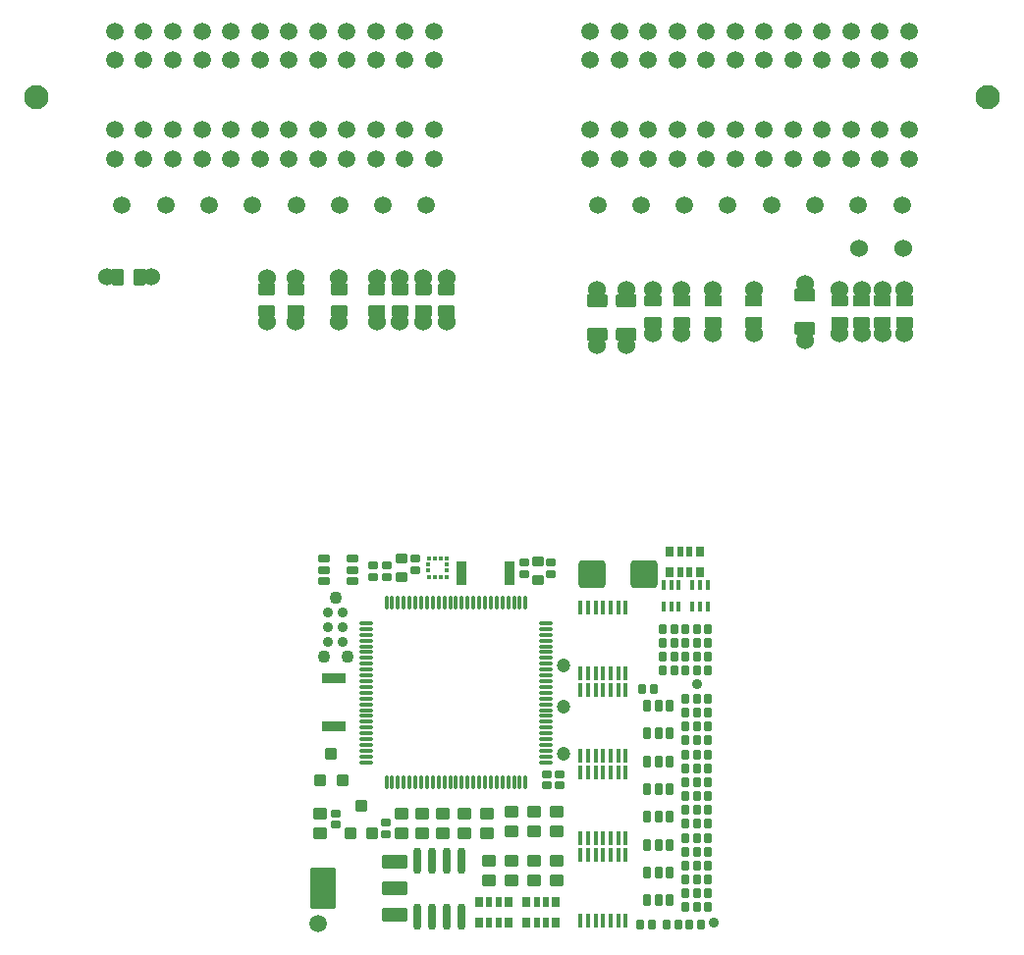
<source format=gts>
G75*
G70*
%OFA0B0*%
%FSLAX25Y25*%
%IPPOS*%
%LPD*%
%AMOC8*
5,1,8,0,0,1.08239X$1,22.5*
%
%AMM75*
21,1,0.029530,0.026380,-0.000000,0.000000,0.000000*
21,1,0.020470,0.035430,-0.000000,0.000000,0.000000*
1,1,0.009060,0.010240,-0.013190*
1,1,0.009060,-0.010240,-0.013190*
1,1,0.009060,-0.010240,0.013190*
1,1,0.009060,0.010240,0.013190*
%
%AMM76*
21,1,0.021650,0.027950,-0.000000,0.000000,0.000000*
21,1,0.014170,0.035430,-0.000000,0.000000,0.000000*
1,1,0.007480,0.007090,-0.013980*
1,1,0.007480,-0.007090,-0.013980*
1,1,0.007480,-0.007090,0.013980*
1,1,0.007480,0.007090,0.013980*
%
%AMM77*
21,1,0.016540,0.028980,-0.000000,0.000000,180.000000*
21,1,0.010080,0.035430,-0.000000,0.000000,180.000000*
1,1,0.006460,-0.005040,0.014490*
1,1,0.006460,0.005040,0.014490*
1,1,0.006460,0.005040,-0.014490*
1,1,0.006460,-0.005040,-0.014490*
%
%AMM78*
21,1,0.027560,0.030710,-0.000000,0.000000,270.000000*
21,1,0.018900,0.039370,-0.000000,0.000000,270.000000*
1,1,0.008660,-0.015350,-0.009450*
1,1,0.008660,-0.015350,0.009450*
1,1,0.008660,0.015350,0.009450*
1,1,0.008660,0.015350,-0.009450*
%
%AMM79*
21,1,0.031500,0.018900,-0.000000,0.000000,180.000000*
21,1,0.022840,0.027560,-0.000000,0.000000,180.000000*
1,1,0.008660,-0.011420,0.009450*
1,1,0.008660,0.011420,0.009450*
1,1,0.008660,0.011420,-0.009450*
1,1,0.008660,-0.011420,-0.009450*
%
%AMM80*
21,1,0.035430,0.072440,-0.000000,0.000000,180.000000*
21,1,0.025200,0.082680,-0.000000,0.000000,180.000000*
1,1,0.010240,-0.012600,0.036220*
1,1,0.010240,0.012600,0.036220*
1,1,0.010240,0.012600,-0.036220*
1,1,0.010240,-0.012600,-0.036220*
%
%AMM81*
21,1,0.031500,0.018900,-0.000000,0.000000,270.000000*
21,1,0.022840,0.027560,-0.000000,0.000000,270.000000*
1,1,0.008660,-0.009450,-0.011420*
1,1,0.008660,-0.009450,0.011420*
1,1,0.008660,0.009450,0.011420*
1,1,0.008660,0.009450,-0.011420*
%
%AMM82*
21,1,0.027560,0.030710,-0.000000,0.000000,0.000000*
21,1,0.018900,0.039370,-0.000000,0.000000,0.000000*
1,1,0.008660,0.009450,-0.015350*
1,1,0.008660,-0.009450,-0.015350*
1,1,0.008660,-0.009450,0.015350*
1,1,0.008660,0.009450,0.015350*
%
%AMM83*
21,1,0.039370,0.030320,-0.000000,0.000000,0.000000*
21,1,0.028350,0.041340,-0.000000,0.000000,0.000000*
1,1,0.011020,0.014170,-0.015160*
1,1,0.011020,-0.014170,-0.015160*
1,1,0.011020,-0.014170,0.015160*
1,1,0.011020,0.014170,0.015160*
%
%AMM84*
21,1,0.047240,0.075980,-0.000000,0.000000,90.000000*
21,1,0.034650,0.088580,-0.000000,0.000000,90.000000*
1,1,0.012600,0.037990,0.017320*
1,1,0.012600,0.037990,-0.017320*
1,1,0.012600,-0.037990,-0.017320*
1,1,0.012600,-0.037990,0.017320*
%
%AMM85*
21,1,0.043310,0.035430,-0.000000,0.000000,90.000000*
21,1,0.031500,0.047240,-0.000000,0.000000,90.000000*
1,1,0.011810,0.017720,0.015750*
1,1,0.011810,0.017720,-0.015750*
1,1,0.011810,-0.017720,-0.015750*
1,1,0.011810,-0.017720,0.015750*
%
%AMM86*
21,1,0.031500,0.030710,-0.000000,0.000000,90.000000*
21,1,0.022050,0.040160,-0.000000,0.000000,90.000000*
1,1,0.009450,0.015350,0.011020*
1,1,0.009450,0.015350,-0.011020*
1,1,0.009450,-0.015350,-0.011020*
1,1,0.009450,-0.015350,0.011020*
%
%AMM87*
21,1,0.035430,0.072440,-0.000000,0.000000,90.000000*
21,1,0.025200,0.082680,-0.000000,0.000000,90.000000*
1,1,0.010240,0.036220,0.012600*
1,1,0.010240,0.036220,-0.012600*
1,1,0.010240,-0.036220,-0.012600*
1,1,0.010240,-0.036220,0.012600*
%
%AMM88*
21,1,0.141730,0.067720,-0.000000,0.000000,90.000000*
21,1,0.120870,0.088580,-0.000000,0.000000,90.000000*
1,1,0.020870,0.033860,0.060430*
1,1,0.020870,0.033860,-0.060430*
1,1,0.020870,-0.033860,-0.060430*
1,1,0.020870,-0.033860,0.060430*
%
%AMM89*
21,1,0.047240,0.075990,-0.000000,0.000000,90.000000*
21,1,0.034650,0.088580,-0.000000,0.000000,90.000000*
1,1,0.012600,0.037990,0.017320*
1,1,0.012600,0.037990,-0.017320*
1,1,0.012600,-0.037990,-0.017320*
1,1,0.012600,-0.037990,0.017320*
%
%AMM90*
21,1,0.090550,0.073230,-0.000000,0.000000,180.000000*
21,1,0.069290,0.094490,-0.000000,0.000000,180.000000*
1,1,0.021260,-0.034650,0.036610*
1,1,0.021260,0.034650,0.036610*
1,1,0.021260,0.034650,-0.036610*
1,1,0.021260,-0.034650,-0.036610*
%
%ADD10C,0.05906*%
%ADD101C,0.03543*%
%ADD103C,0.04724*%
%ADD104C,0.04294*%
%ADD11C,0.06000*%
%ADD165M75*%
%ADD166M76*%
%ADD167M77*%
%ADD168O,0.01575X0.04724*%
%ADD169M78*%
%ADD170M79*%
%ADD171M80*%
%ADD172M81*%
%ADD173M82*%
%ADD174M83*%
%ADD175O,0.02756X0.09055*%
%ADD176M84*%
%ADD177M85*%
%ADD178M86*%
%ADD179M87*%
%ADD180M88*%
%ADD181M89*%
%ADD182M90*%
%ADD29C,0.08268*%
%ADD79O,0.05118X0.01260*%
%ADD80O,0.01260X0.05118*%
%ADD85C,0.03494*%
%ADD88R,0.01772X0.01378*%
%ADD89R,0.01378X0.01772*%
X0000000Y0000000D02*
%LPD*%
G01*
D29*
X0008481Y0330774D03*
X0331316Y0330774D03*
D10*
X0304741Y0353214D03*
X0294899Y0353214D03*
X0285056Y0353214D03*
X0275214Y0353214D03*
X0265371Y0353214D03*
X0255529Y0353214D03*
X0245686Y0353214D03*
X0235844Y0353214D03*
X0226001Y0353214D03*
X0216159Y0353214D03*
X0206316Y0353214D03*
X0196473Y0353214D03*
X0304741Y0343372D03*
X0294899Y0343372D03*
X0285056Y0343372D03*
X0275214Y0343372D03*
X0265371Y0343372D03*
X0255529Y0343372D03*
X0245686Y0343372D03*
X0235844Y0343372D03*
X0226001Y0343372D03*
X0216159Y0343372D03*
X0206316Y0343372D03*
X0196473Y0343372D03*
X0304741Y0319750D03*
X0294899Y0319750D03*
X0285056Y0319750D03*
X0275214Y0319750D03*
X0265371Y0319750D03*
X0255529Y0319750D03*
X0245686Y0319750D03*
X0235844Y0319750D03*
X0226001Y0319750D03*
X0216159Y0319750D03*
X0206316Y0319750D03*
X0196473Y0319750D03*
X0304741Y0309907D03*
X0294899Y0309907D03*
X0285056Y0309907D03*
X0275214Y0309907D03*
X0265371Y0309907D03*
X0255529Y0309907D03*
X0245686Y0309907D03*
X0235844Y0309907D03*
X0226001Y0309907D03*
X0216159Y0309907D03*
X0206316Y0309907D03*
X0196473Y0309907D03*
X0302281Y0294159D03*
X0287517Y0294159D03*
X0272753Y0294159D03*
X0257989Y0294159D03*
X0243225Y0294159D03*
X0228462Y0294159D03*
X0213698Y0294159D03*
X0198934Y0294159D03*
X0143324Y0353214D03*
X0133481Y0353214D03*
X0123639Y0353214D03*
X0113796Y0353214D03*
X0103954Y0353214D03*
X0094111Y0353214D03*
X0084269Y0353214D03*
X0074426Y0353214D03*
X0064584Y0353214D03*
X0054741Y0353214D03*
X0044899Y0353214D03*
X0035056Y0353214D03*
X0143324Y0343372D03*
X0133481Y0343372D03*
X0123639Y0343372D03*
X0113796Y0343372D03*
X0103954Y0343372D03*
X0094111Y0343372D03*
X0084269Y0343372D03*
X0074426Y0343372D03*
X0064584Y0343372D03*
X0054741Y0343372D03*
X0044899Y0343372D03*
X0035056Y0343372D03*
X0143324Y0319750D03*
X0133481Y0319750D03*
X0123639Y0319750D03*
X0113796Y0319750D03*
X0103954Y0319750D03*
X0094111Y0319750D03*
X0084269Y0319750D03*
X0074426Y0319750D03*
X0064584Y0319750D03*
X0054741Y0319750D03*
X0044899Y0319750D03*
X0035056Y0319750D03*
X0143324Y0309907D03*
X0133481Y0309907D03*
X0123639Y0309907D03*
X0113796Y0309907D03*
X0103954Y0309907D03*
X0094111Y0309907D03*
X0084269Y0309907D03*
X0074426Y0309907D03*
X0064584Y0309907D03*
X0054741Y0309907D03*
X0044899Y0309907D03*
X0035056Y0309907D03*
X0140863Y0294159D03*
X0126099Y0294159D03*
X0111336Y0294159D03*
X0096572Y0294159D03*
X0081808Y0294159D03*
X0067044Y0294159D03*
X0052281Y0294159D03*
X0037517Y0294159D03*
D11*
X0131890Y0269311D03*
G36*
G01*
X0129429Y0267520D02*
X0134350Y0267520D01*
G75*
G02*
X0134744Y0267126I0000000J-000394D01*
G01*
X0134744Y0263976D01*
G75*
G02*
X0134350Y0263583I-000394J0000000D01*
G01*
X0129429Y0263583D01*
G75*
G02*
X0129035Y0263976I0000000J0000394D01*
G01*
X0129035Y0267126D01*
G75*
G02*
X0129429Y0267520I0000394J0000000D01*
G01*
G37*
G36*
G01*
X0129429Y0260039D02*
X0134350Y0260039D01*
G75*
G02*
X0134744Y0259646I0000000J-000394D01*
G01*
X0134744Y0256496D01*
G75*
G02*
X0134350Y0256102I-000394J0000000D01*
G01*
X0129429Y0256102D01*
G75*
G02*
X0129035Y0256496I0000000J0000394D01*
G01*
X0129035Y0259646D01*
G75*
G02*
X0129429Y0260039I0000394J0000000D01*
G01*
G37*
X0131890Y0254311D03*
X0032244Y0269685D03*
G36*
G01*
X0034035Y0267224D02*
X0034035Y0272146D01*
G75*
G02*
X0034429Y0272539I0000394J0000000D01*
G01*
X0037579Y0272539D01*
G75*
G02*
X0037972Y0272146I0000000J-000394D01*
G01*
X0037972Y0267224D01*
G75*
G02*
X0037579Y0266831I-000394J0000000D01*
G01*
X0034429Y0266831D01*
G75*
G02*
X0034035Y0267224I0000000J0000394D01*
G01*
G37*
G36*
G01*
X0041516Y0267224D02*
X0041516Y0272146D01*
G75*
G02*
X0041910Y0272539I0000394J0000000D01*
G01*
X0045059Y0272539D01*
G75*
G02*
X0045453Y0272146I0000000J-000394D01*
G01*
X0045453Y0267224D01*
G75*
G02*
X0045059Y0266831I-000394J0000000D01*
G01*
X0041910Y0266831D01*
G75*
G02*
X0041516Y0267224I0000000J0000394D01*
G01*
G37*
X0047244Y0269685D03*
X0124016Y0269311D03*
G36*
G01*
X0121555Y0267520D02*
X0126476Y0267520D01*
G75*
G02*
X0126870Y0267126I0000000J-000394D01*
G01*
X0126870Y0263976D01*
G75*
G02*
X0126476Y0263583I-000394J0000000D01*
G01*
X0121555Y0263583D01*
G75*
G02*
X0121161Y0263976I0000000J0000394D01*
G01*
X0121161Y0267126D01*
G75*
G02*
X0121555Y0267520I0000394J0000000D01*
G01*
G37*
G36*
G01*
X0121555Y0260039D02*
X0126476Y0260039D01*
G75*
G02*
X0126870Y0259646I0000000J-000394D01*
G01*
X0126870Y0256496D01*
G75*
G02*
X0126476Y0256102I-000394J0000000D01*
G01*
X0121555Y0256102D01*
G75*
G02*
X0121161Y0256496I0000000J0000394D01*
G01*
X0121161Y0259646D01*
G75*
G02*
X0121555Y0260039I0000394J0000000D01*
G01*
G37*
X0124016Y0254311D03*
X0086614Y0269311D03*
G36*
G01*
X0084154Y0267520D02*
X0089075Y0267520D01*
G75*
G02*
X0089469Y0267126I0000000J-000394D01*
G01*
X0089469Y0263976D01*
G75*
G02*
X0089075Y0263583I-000394J0000000D01*
G01*
X0084154Y0263583D01*
G75*
G02*
X0083760Y0263976I0000000J0000394D01*
G01*
X0083760Y0267126D01*
G75*
G02*
X0084154Y0267520I0000394J0000000D01*
G01*
G37*
G36*
G01*
X0084154Y0260039D02*
X0089075Y0260039D01*
G75*
G02*
X0089469Y0259646I0000000J-000394D01*
G01*
X0089469Y0256496D01*
G75*
G02*
X0089075Y0256102I-000394J0000000D01*
G01*
X0084154Y0256102D01*
G75*
G02*
X0083760Y0256496I0000000J0000394D01*
G01*
X0083760Y0259646D01*
G75*
G02*
X0084154Y0260039I0000394J0000000D01*
G01*
G37*
X0086614Y0254311D03*
X0208661Y0265551D03*
G36*
G01*
X0205118Y0260256D02*
X0205118Y0262972D01*
G75*
G02*
X0206024Y0263878I0000906J0000000D01*
G01*
X0211299Y0263878D01*
G75*
G02*
X0212205Y0262972I0000000J-000906D01*
G01*
X0212205Y0260256D01*
G75*
G02*
X0211299Y0259350I-000906J0000000D01*
G01*
X0206024Y0259350D01*
G75*
G02*
X0205118Y0260256I0000000J0000906D01*
G01*
G37*
G36*
G01*
X0205118Y0248839D02*
X0205118Y0251555D01*
G75*
G02*
X0206024Y0252461I0000906J0000000D01*
G01*
X0211299Y0252461D01*
G75*
G02*
X0212205Y0251555I0000000J-000906D01*
G01*
X0212205Y0248839D01*
G75*
G02*
X0211299Y0247933I-000906J0000000D01*
G01*
X0206024Y0247933D01*
G75*
G02*
X0205118Y0248839I0000000J0000906D01*
G01*
G37*
X0208661Y0246260D03*
X0111220Y0269311D03*
G36*
G01*
X0108760Y0267520D02*
X0113681Y0267520D01*
G75*
G02*
X0114075Y0267126I0000000J-000394D01*
G01*
X0114075Y0263976D01*
G75*
G02*
X0113681Y0263583I-000394J0000000D01*
G01*
X0108760Y0263583D01*
G75*
G02*
X0108366Y0263976I0000000J0000394D01*
G01*
X0108366Y0267126D01*
G75*
G02*
X0108760Y0267520I0000394J0000000D01*
G01*
G37*
G36*
G01*
X0108760Y0260039D02*
X0113681Y0260039D01*
G75*
G02*
X0114075Y0259646I0000000J-000394D01*
G01*
X0114075Y0256496D01*
G75*
G02*
X0113681Y0256102I-000394J0000000D01*
G01*
X0108760Y0256102D01*
G75*
G02*
X0108366Y0256496I0000000J0000394D01*
G01*
X0108366Y0259646D01*
G75*
G02*
X0108760Y0260039I0000394J0000000D01*
G01*
G37*
X0111220Y0254311D03*
X0269291Y0267520D03*
G36*
G01*
X0265748Y0262224D02*
X0265748Y0264941D01*
G75*
G02*
X0266654Y0265846I0000906J0000000D01*
G01*
X0271929Y0265846D01*
G75*
G02*
X0272835Y0264941I0000000J-000906D01*
G01*
X0272835Y0262224D01*
G75*
G02*
X0271929Y0261319I-000906J0000000D01*
G01*
X0266654Y0261319D01*
G75*
G02*
X0265748Y0262224I0000000J0000906D01*
G01*
G37*
G36*
G01*
X0265748Y0250807D02*
X0265748Y0253524D01*
G75*
G02*
X0266654Y0254429I0000906J0000000D01*
G01*
X0271929Y0254429D01*
G75*
G02*
X0272835Y0253524I0000000J-000906D01*
G01*
X0272835Y0250807D01*
G75*
G02*
X0271929Y0249902I-000906J0000000D01*
G01*
X0266654Y0249902D01*
G75*
G02*
X0265748Y0250807I0000000J0000906D01*
G01*
G37*
X0269291Y0248228D03*
X0198819Y0265551D03*
G36*
G01*
X0195276Y0260256D02*
X0195276Y0262972D01*
G75*
G02*
X0196181Y0263878I0000906J0000000D01*
G01*
X0201457Y0263878D01*
G75*
G02*
X0202362Y0262972I0000000J-000906D01*
G01*
X0202362Y0260256D01*
G75*
G02*
X0201457Y0259350I-000906J0000000D01*
G01*
X0196181Y0259350D01*
G75*
G02*
X0195276Y0260256I0000000J0000906D01*
G01*
G37*
G36*
G01*
X0195276Y0248839D02*
X0195276Y0251555D01*
G75*
G02*
X0196181Y0252461I0000906J0000000D01*
G01*
X0201457Y0252461D01*
G75*
G02*
X0202362Y0251555I0000000J-000906D01*
G01*
X0202362Y0248839D01*
G75*
G02*
X0201457Y0247933I-000906J0000000D01*
G01*
X0196181Y0247933D01*
G75*
G02*
X0195276Y0248839I0000000J0000906D01*
G01*
G37*
X0198819Y0246260D03*
X0251969Y0265374D03*
G36*
G01*
X0249508Y0263583D02*
X0254429Y0263583D01*
G75*
G02*
X0254823Y0263189I0000000J-000394D01*
G01*
X0254823Y0260039D01*
G75*
G02*
X0254429Y0259646I-000394J0000000D01*
G01*
X0249508Y0259646D01*
G75*
G02*
X0249114Y0260039I0000000J0000394D01*
G01*
X0249114Y0263189D01*
G75*
G02*
X0249508Y0263583I0000394J0000000D01*
G01*
G37*
G36*
G01*
X0249508Y0256102D02*
X0254429Y0256102D01*
G75*
G02*
X0254823Y0255709I0000000J-000394D01*
G01*
X0254823Y0252559D01*
G75*
G02*
X0254429Y0252165I-000394J0000000D01*
G01*
X0249508Y0252165D01*
G75*
G02*
X0249114Y0252559I0000000J0000394D01*
G01*
X0249114Y0255709D01*
G75*
G02*
X0249508Y0256102I0000394J0000000D01*
G01*
G37*
X0251969Y0250374D03*
X0147638Y0269311D03*
G36*
G01*
X0145177Y0267520D02*
X0150098Y0267520D01*
G75*
G02*
X0150492Y0267126I0000000J-000394D01*
G01*
X0150492Y0263976D01*
G75*
G02*
X0150098Y0263583I-000394J0000000D01*
G01*
X0145177Y0263583D01*
G75*
G02*
X0144783Y0263976I0000000J0000394D01*
G01*
X0144783Y0267126D01*
G75*
G02*
X0145177Y0267520I0000394J0000000D01*
G01*
G37*
G36*
G01*
X0145177Y0260039D02*
X0150098Y0260039D01*
G75*
G02*
X0150492Y0259646I0000000J-000394D01*
G01*
X0150492Y0256496D01*
G75*
G02*
X0150098Y0256102I-000394J0000000D01*
G01*
X0145177Y0256102D01*
G75*
G02*
X0144783Y0256496I0000000J0000394D01*
G01*
X0144783Y0259646D01*
G75*
G02*
X0145177Y0260039I0000394J0000000D01*
G01*
G37*
X0147638Y0254311D03*
X0303150Y0265374D03*
G36*
G01*
X0300689Y0263583D02*
X0305610Y0263583D01*
G75*
G02*
X0306004Y0263189I0000000J-000394D01*
G01*
X0306004Y0260039D01*
G75*
G02*
X0305610Y0259646I-000394J0000000D01*
G01*
X0300689Y0259646D01*
G75*
G02*
X0300295Y0260039I0000000J0000394D01*
G01*
X0300295Y0263189D01*
G75*
G02*
X0300689Y0263583I0000394J0000000D01*
G01*
G37*
G36*
G01*
X0300689Y0256102D02*
X0305610Y0256102D01*
G75*
G02*
X0306004Y0255709I0000000J-000394D01*
G01*
X0306004Y0252559D01*
G75*
G02*
X0305610Y0252165I-000394J0000000D01*
G01*
X0300689Y0252165D01*
G75*
G02*
X0300295Y0252559I0000000J0000394D01*
G01*
X0300295Y0255709D01*
G75*
G02*
X0300689Y0256102I0000394J0000000D01*
G01*
G37*
X0303150Y0250374D03*
X0281102Y0265374D03*
G36*
G01*
X0278642Y0263583D02*
X0283563Y0263583D01*
G75*
G02*
X0283957Y0263189I0000000J-000394D01*
G01*
X0283957Y0260039D01*
G75*
G02*
X0283563Y0259646I-000394J0000000D01*
G01*
X0278642Y0259646D01*
G75*
G02*
X0278248Y0260039I0000000J0000394D01*
G01*
X0278248Y0263189D01*
G75*
G02*
X0278642Y0263583I0000394J0000000D01*
G01*
G37*
G36*
G01*
X0278642Y0256102D02*
X0283563Y0256102D01*
G75*
G02*
X0283957Y0255709I0000000J-000394D01*
G01*
X0283957Y0252559D01*
G75*
G02*
X0283563Y0252165I-000394J0000000D01*
G01*
X0278642Y0252165D01*
G75*
G02*
X0278248Y0252559I0000000J0000394D01*
G01*
X0278248Y0255709D01*
G75*
G02*
X0278642Y0256102I0000394J0000000D01*
G01*
G37*
X0281102Y0250374D03*
X0288583Y0265374D03*
G36*
G01*
X0286122Y0263583D02*
X0291043Y0263583D01*
G75*
G02*
X0291437Y0263189I0000000J-000394D01*
G01*
X0291437Y0260039D01*
G75*
G02*
X0291043Y0259646I-000394J0000000D01*
G01*
X0286122Y0259646D01*
G75*
G02*
X0285728Y0260039I0000000J0000394D01*
G01*
X0285728Y0263189D01*
G75*
G02*
X0286122Y0263583I0000394J0000000D01*
G01*
G37*
G36*
G01*
X0286122Y0256102D02*
X0291043Y0256102D01*
G75*
G02*
X0291437Y0255709I0000000J-000394D01*
G01*
X0291437Y0252559D01*
G75*
G02*
X0291043Y0252165I-000394J0000000D01*
G01*
X0286122Y0252165D01*
G75*
G02*
X0285728Y0252559I0000000J0000394D01*
G01*
X0285728Y0255709D01*
G75*
G02*
X0286122Y0256102I0000394J0000000D01*
G01*
G37*
X0288583Y0250374D03*
X0139764Y0269311D03*
G36*
G01*
X0137303Y0267520D02*
X0142224Y0267520D01*
G75*
G02*
X0142618Y0267126I0000000J-000394D01*
G01*
X0142618Y0263976D01*
G75*
G02*
X0142224Y0263583I-000394J0000000D01*
G01*
X0137303Y0263583D01*
G75*
G02*
X0136909Y0263976I0000000J0000394D01*
G01*
X0136909Y0267126D01*
G75*
G02*
X0137303Y0267520I0000394J0000000D01*
G01*
G37*
G36*
G01*
X0137303Y0260039D02*
X0142224Y0260039D01*
G75*
G02*
X0142618Y0259646I0000000J-000394D01*
G01*
X0142618Y0256496D01*
G75*
G02*
X0142224Y0256102I-000394J0000000D01*
G01*
X0137303Y0256102D01*
G75*
G02*
X0136909Y0256496I0000000J0000394D01*
G01*
X0136909Y0259646D01*
G75*
G02*
X0137303Y0260039I0000394J0000000D01*
G01*
G37*
X0139764Y0254311D03*
X0295669Y0265374D03*
G36*
G01*
X0293209Y0263583D02*
X0298130Y0263583D01*
G75*
G02*
X0298524Y0263189I0000000J-000394D01*
G01*
X0298524Y0260039D01*
G75*
G02*
X0298130Y0259646I-000394J0000000D01*
G01*
X0293209Y0259646D01*
G75*
G02*
X0292815Y0260039I0000000J0000394D01*
G01*
X0292815Y0263189D01*
G75*
G02*
X0293209Y0263583I0000394J0000000D01*
G01*
G37*
G36*
G01*
X0293209Y0256102D02*
X0298130Y0256102D01*
G75*
G02*
X0298524Y0255709I0000000J-000394D01*
G01*
X0298524Y0252559D01*
G75*
G02*
X0298130Y0252165I-000394J0000000D01*
G01*
X0293209Y0252165D01*
G75*
G02*
X0292815Y0252559I0000000J0000394D01*
G01*
X0292815Y0255709D01*
G75*
G02*
X0293209Y0256102I0000394J0000000D01*
G01*
G37*
X0295669Y0250374D03*
X0096457Y0269311D03*
G36*
G01*
X0093996Y0267520D02*
X0098917Y0267520D01*
G75*
G02*
X0099311Y0267126I0000000J-000394D01*
G01*
X0099311Y0263976D01*
G75*
G02*
X0098917Y0263583I-000394J0000000D01*
G01*
X0093996Y0263583D01*
G75*
G02*
X0093602Y0263976I0000000J0000394D01*
G01*
X0093602Y0267126D01*
G75*
G02*
X0093996Y0267520I0000394J0000000D01*
G01*
G37*
G36*
G01*
X0093996Y0260039D02*
X0098917Y0260039D01*
G75*
G02*
X0099311Y0259646I0000000J-000394D01*
G01*
X0099311Y0256496D01*
G75*
G02*
X0098917Y0256102I-000394J0000000D01*
G01*
X0093996Y0256102D01*
G75*
G02*
X0093602Y0256496I0000000J0000394D01*
G01*
X0093602Y0259646D01*
G75*
G02*
X0093996Y0260039I0000394J0000000D01*
G01*
G37*
X0096457Y0254311D03*
X0227559Y0265374D03*
G36*
G01*
X0225098Y0263583D02*
X0230020Y0263583D01*
G75*
G02*
X0230413Y0263189I0000000J-000394D01*
G01*
X0230413Y0260039D01*
G75*
G02*
X0230020Y0259646I-000394J0000000D01*
G01*
X0225098Y0259646D01*
G75*
G02*
X0224705Y0260039I0000000J0000394D01*
G01*
X0224705Y0263189D01*
G75*
G02*
X0225098Y0263583I0000394J0000000D01*
G01*
G37*
G36*
G01*
X0225098Y0256102D02*
X0230020Y0256102D01*
G75*
G02*
X0230413Y0255709I0000000J-000394D01*
G01*
X0230413Y0252559D01*
G75*
G02*
X0230020Y0252165I-000394J0000000D01*
G01*
X0225098Y0252165D01*
G75*
G02*
X0224705Y0252559I0000000J0000394D01*
G01*
X0224705Y0255709D01*
G75*
G02*
X0225098Y0256102I0000394J0000000D01*
G01*
G37*
X0227559Y0250374D03*
X0238189Y0265374D03*
G36*
G01*
X0235728Y0263583D02*
X0240650Y0263583D01*
G75*
G02*
X0241043Y0263189I0000000J-000394D01*
G01*
X0241043Y0260039D01*
G75*
G02*
X0240650Y0259646I-000394J0000000D01*
G01*
X0235728Y0259646D01*
G75*
G02*
X0235335Y0260039I0000000J0000394D01*
G01*
X0235335Y0263189D01*
G75*
G02*
X0235728Y0263583I0000394J0000000D01*
G01*
G37*
G36*
G01*
X0235728Y0256102D02*
X0240650Y0256102D01*
G75*
G02*
X0241043Y0255709I0000000J-000394D01*
G01*
X0241043Y0252559D01*
G75*
G02*
X0240650Y0252165I-000394J0000000D01*
G01*
X0235728Y0252165D01*
G75*
G02*
X0235335Y0252559I0000000J0000394D01*
G01*
X0235335Y0255709D01*
G75*
G02*
X0235728Y0256102I0000394J0000000D01*
G01*
G37*
X0238189Y0250374D03*
X0217717Y0265374D03*
G36*
G01*
X0215256Y0263583D02*
X0220177Y0263583D01*
G75*
G02*
X0220571Y0263189I0000000J-000394D01*
G01*
X0220571Y0260039D01*
G75*
G02*
X0220177Y0259646I-000394J0000000D01*
G01*
X0215256Y0259646D01*
G75*
G02*
X0214862Y0260039I0000000J0000394D01*
G01*
X0214862Y0263189D01*
G75*
G02*
X0215256Y0263583I0000394J0000000D01*
G01*
G37*
G36*
G01*
X0215256Y0256102D02*
X0220177Y0256102D01*
G75*
G02*
X0220571Y0255709I0000000J-000394D01*
G01*
X0220571Y0252559D01*
G75*
G02*
X0220177Y0252165I-000394J0000000D01*
G01*
X0215256Y0252165D01*
G75*
G02*
X0214862Y0252559I0000000J0000394D01*
G01*
X0214862Y0255709D01*
G75*
G02*
X0215256Y0256102I0000394J0000000D01*
G01*
G37*
X0217717Y0250374D03*
X0287756Y0279528D03*
X0302756Y0279528D03*
X0241634Y0045768D02*
G01*
G75*
D80*
X0129232Y0158994D02*
D03*
X0144981Y0097970D02*
D03*
X0127264Y0158994D02*
D03*
X0131201Y0158994D02*
D03*
X0133169Y0158994D02*
D03*
X0135138Y0158994D02*
D03*
X0137106Y0158994D02*
D03*
X0139075Y0158994D02*
D03*
X0141043Y0158994D02*
D03*
X0143012Y0158994D02*
D03*
X0144981Y0158994D02*
D03*
X0146949Y0158994D02*
D03*
X0148918Y0158994D02*
D03*
X0150886Y0158994D02*
D03*
X0152855Y0158994D02*
D03*
X0154823Y0158994D02*
D03*
X0156792Y0158994D02*
D03*
X0158760Y0158994D02*
D03*
X0160729Y0158994D02*
D03*
X0162697Y0158994D02*
D03*
X0164666Y0158994D02*
D03*
X0166634Y0158994D02*
D03*
X0168602Y0158994D02*
D03*
X0170571Y0158994D02*
D03*
X0172539Y0158994D02*
D03*
X0174508Y0158994D02*
D03*
X0174508Y0097970D02*
D03*
X0172539Y0097970D02*
D03*
X0170571Y0097970D02*
D03*
X0168602Y0097970D02*
D03*
X0166634Y0097970D02*
D03*
X0164666Y0097970D02*
D03*
X0162697Y0097970D02*
D03*
X0160729Y0097970D02*
D03*
X0158760Y0097970D02*
D03*
X0156792Y0097970D02*
D03*
X0154823Y0097970D02*
D03*
X0152855Y0097970D02*
D03*
X0150886Y0097970D02*
D03*
X0148918Y0097970D02*
D03*
X0146949Y0097970D02*
D03*
X0143012Y0097970D02*
D03*
X0141043Y0097970D02*
D03*
X0139075Y0097970D02*
D03*
X0137106Y0097970D02*
D03*
X0135138Y0097970D02*
D03*
X0133169Y0097970D02*
D03*
X0131201Y0097970D02*
D03*
X0129232Y0097970D02*
D03*
X0127264Y0097970D02*
D03*
D79*
X0181398Y0106829D02*
D03*
X0120374Y0104860D02*
D03*
X0120374Y0106829D02*
D03*
X0120374Y0108797D02*
D03*
X0120374Y0110766D02*
D03*
X0120374Y0112734D02*
D03*
X0120374Y0114703D02*
D03*
X0120374Y0116671D02*
D03*
X0120374Y0118640D02*
D03*
X0120374Y0120608D02*
D03*
X0120374Y0122577D02*
D03*
X0120374Y0124545D02*
D03*
X0120374Y0126514D02*
D03*
X0120374Y0128482D02*
D03*
X0120374Y0130451D02*
D03*
X0120374Y0132419D02*
D03*
X0120374Y0134388D02*
D03*
X0120374Y0136356D02*
D03*
X0120374Y0138325D02*
D03*
X0120374Y0140293D02*
D03*
X0120374Y0142262D02*
D03*
X0120374Y0144230D02*
D03*
X0120374Y0146199D02*
D03*
X0120374Y0148167D02*
D03*
X0120374Y0150136D02*
D03*
X0120374Y0152104D02*
D03*
X0181398Y0152104D02*
D03*
X0181398Y0150136D02*
D03*
X0181398Y0148167D02*
D03*
X0181398Y0146199D02*
D03*
X0181398Y0144230D02*
D03*
X0181398Y0142262D02*
D03*
X0181398Y0140293D02*
D03*
X0181398Y0138325D02*
D03*
X0181398Y0136356D02*
D03*
X0181398Y0134388D02*
D03*
X0181398Y0132419D02*
D03*
X0181398Y0130451D02*
D03*
X0181398Y0128482D02*
D03*
X0181398Y0126514D02*
D03*
X0181398Y0124545D02*
D03*
X0181398Y0122577D02*
D03*
X0181398Y0120608D02*
D03*
X0181398Y0118640D02*
D03*
X0181398Y0116671D02*
D03*
X0181398Y0114703D02*
D03*
X0181398Y0112734D02*
D03*
X0181398Y0110766D02*
D03*
X0181398Y0108797D02*
D03*
X0181398Y0104860D02*
D03*
D165*
X0223544Y0169390D02*
D03*
X0223544Y0176477D02*
D03*
X0233583Y0176477D02*
D03*
X0233583Y0169390D02*
D03*
X0174803Y0057579D02*
D03*
X0174803Y0050492D02*
D03*
X0184843Y0050492D02*
D03*
X0184843Y0057579D02*
D03*
X0168701Y0057579D02*
D03*
X0168701Y0050492D02*
D03*
X0158661Y0050492D02*
D03*
X0158661Y0057579D02*
D03*
D166*
X0226988Y0169390D02*
D03*
X0230138Y0169390D02*
D03*
X0230138Y0176477D02*
D03*
X0226988Y0176477D02*
D03*
X0181398Y0050492D02*
D03*
X0178248Y0050492D02*
D03*
X0178248Y0057579D02*
D03*
X0181398Y0057579D02*
D03*
X0165256Y0057579D02*
D03*
X0162106Y0057579D02*
D03*
X0162106Y0050492D02*
D03*
X0165256Y0050492D02*
D03*
D167*
X0226540Y0165178D02*
D03*
X0223981Y0165178D02*
D03*
X0221421Y0165178D02*
D03*
X0226540Y0157698D02*
D03*
X0221421Y0157698D02*
D03*
X0223981Y0157698D02*
D03*
X0231165Y0157698D02*
D03*
X0236284Y0157698D02*
D03*
X0231165Y0165178D02*
D03*
X0233725Y0165178D02*
D03*
X0236284Y0165178D02*
D03*
X0233725Y0157698D02*
D03*
D168*
X0198327Y0101477D02*
D03*
X0198327Y0129429D02*
D03*
X0198327Y0073524D02*
D03*
X0203445Y0079036D02*
D03*
X0193209Y0106989D02*
D03*
X0195768Y0106989D02*
D03*
X0198327Y0106989D02*
D03*
X0200886Y0106989D02*
D03*
X0203445Y0106989D02*
D03*
X0206004Y0106989D02*
D03*
X0208563Y0106989D02*
D03*
X0193209Y0129429D02*
D03*
X0195768Y0129429D02*
D03*
X0200886Y0129429D02*
D03*
X0203445Y0129429D02*
D03*
X0206004Y0129429D02*
D03*
X0208563Y0129429D02*
D03*
X0193209Y0051083D02*
D03*
X0195768Y0051083D02*
D03*
X0198327Y0051083D02*
D03*
X0200886Y0051083D02*
D03*
X0203445Y0051083D02*
D03*
X0206004Y0051083D02*
D03*
X0208563Y0051083D02*
D03*
X0193209Y0073524D02*
D03*
X0195768Y0073524D02*
D03*
X0200886Y0073524D02*
D03*
X0203445Y0073524D02*
D03*
X0206004Y0073524D02*
D03*
X0208563Y0073524D02*
D03*
X0193209Y0079036D02*
D03*
X0195768Y0079036D02*
D03*
X0198327Y0079036D02*
D03*
X0200886Y0079036D02*
D03*
X0206004Y0079036D02*
D03*
X0208563Y0079036D02*
D03*
X0193209Y0101477D02*
D03*
X0195768Y0101477D02*
D03*
X0200886Y0101477D02*
D03*
X0203445Y0101477D02*
D03*
X0206004Y0101477D02*
D03*
X0208563Y0101477D02*
D03*
X0208563Y0157382D02*
D03*
X0206004Y0157382D02*
D03*
X0203445Y0157382D02*
D03*
X0200886Y0157382D02*
D03*
X0198327Y0157382D02*
D03*
X0195768Y0157382D02*
D03*
X0193209Y0157382D02*
D03*
X0208563Y0134941D02*
D03*
X0206004Y0134941D02*
D03*
X0203445Y0134941D02*
D03*
X0200886Y0134941D02*
D03*
X0198327Y0134941D02*
D03*
X0195768Y0134941D02*
D03*
X0193209Y0134941D02*
D03*
D85*
X0107441Y0155886D02*
D03*
X0112441Y0155886D02*
D03*
X0107441Y0150886D02*
D03*
X0112441Y0150886D02*
D03*
X0107441Y0145886D02*
D03*
X0112441Y0145886D02*
D03*
D169*
X0106201Y0170177D02*
D03*
X0106201Y0173918D02*
D03*
X0106201Y0166437D02*
D03*
X0115650Y0166437D02*
D03*
X0115650Y0170177D02*
D03*
X0115650Y0173918D02*
D03*
D170*
X0127461Y0171627D02*
D03*
X0122736Y0171627D02*
D03*
X0137008Y0170158D02*
D03*
X0110223Y0083618D02*
D03*
X0186089Y0096930D02*
D03*
X0127461Y0167691D02*
D03*
X0137008Y0174096D02*
D03*
X0173992Y0168796D02*
D03*
X0173992Y0172733D02*
D03*
X0183047Y0168796D02*
D03*
X0183047Y0172733D02*
D03*
X0122736Y0167691D02*
D03*
X0110223Y0087555D02*
D03*
X0126938Y0080478D02*
D03*
X0126938Y0084415D02*
D03*
X0186089Y0100867D02*
D03*
X0181793Y0100886D02*
D03*
X0181793Y0096949D02*
D03*
D89*
X0145643Y0174084D02*
D03*
X0147611Y0174084D02*
D03*
X0143674Y0167785D02*
D03*
X0145643Y0167785D02*
D03*
X0141706Y0167785D02*
D03*
X0147611Y0167785D02*
D03*
X0141706Y0174084D02*
D03*
X0143674Y0174084D02*
D03*
D88*
X0147808Y0171919D02*
D03*
X0147808Y0169950D02*
D03*
X0141509Y0169950D02*
D03*
X0141509Y0171919D02*
D03*
D171*
X0152658Y0169179D02*
D03*
X0169193Y0169179D02*
D03*
D172*
X0225099Y0140650D02*
D03*
X0225099Y0150099D02*
D03*
X0225099Y0145374D02*
D03*
X0225099Y0135926D02*
D03*
X0236516Y0150099D02*
D03*
X0236516Y0140650D02*
D03*
X0236516Y0145374D02*
D03*
X0236516Y0135926D02*
D03*
X0218119Y0129716D02*
D03*
X0214182Y0129716D02*
D03*
X0232579Y0135926D02*
D03*
D03*
X0228642Y0135926D02*
D03*
X0232579Y0140650D02*
D03*
X0228642Y0140650D02*
D03*
X0221162Y0135926D02*
D03*
X0232579Y0145374D02*
D03*
X0228642Y0145374D02*
D03*
X0221162Y0140650D02*
D03*
X0221162Y0145374D02*
D03*
X0232579Y0150099D02*
D03*
X0228642Y0150099D02*
D03*
X0232579Y0150099D02*
D03*
X0221162Y0150099D02*
D03*
X0232579Y0140650D02*
D03*
X0232579Y0145374D02*
D03*
X0230217Y0049902D02*
D03*
X0234154Y0049902D02*
D03*
X0232579Y0074508D02*
D03*
X0236516Y0074508D02*
D03*
X0232579Y0088681D02*
D03*
X0236516Y0088681D02*
D03*
X0228642Y0107579D02*
D03*
X0232579Y0107579D02*
D03*
X0236516Y0107579D02*
D03*
X0232579Y0107579D02*
D03*
X0228642Y0121752D02*
D03*
X0232579Y0121752D02*
D03*
X0213484Y0049902D02*
D03*
X0217421Y0049902D02*
D03*
X0232579Y0055611D02*
D03*
X0228642Y0055611D02*
D03*
X0232579Y0060335D02*
D03*
X0228642Y0060335D02*
D03*
X0232579Y0065059D02*
D03*
X0228642Y0065059D02*
D03*
X0232579Y0069784D02*
D03*
X0228642Y0069784D02*
D03*
X0232579Y0055611D02*
D03*
X0236516Y0055611D02*
D03*
X0232579Y0060335D02*
D03*
X0236516Y0060335D02*
D03*
X0232579Y0065059D02*
D03*
X0236516Y0065059D02*
D03*
X0232579Y0069784D02*
D03*
X0236516Y0069784D02*
D03*
X0232579Y0074508D02*
D03*
X0228642Y0074508D02*
D03*
X0232579Y0079233D02*
D03*
X0228642Y0079233D02*
D03*
X0232579Y0083957D02*
D03*
X0228642Y0083957D02*
D03*
X0232579Y0088681D02*
D03*
X0228642Y0088681D02*
D03*
X0232579Y0079233D02*
D03*
X0236516Y0079233D02*
D03*
X0232579Y0083957D02*
D03*
X0236516Y0083957D02*
D03*
X0228642Y0093406D02*
D03*
X0232579Y0093406D02*
D03*
X0228642Y0098130D02*
D03*
X0232579Y0098130D02*
D03*
X0228642Y0102855D02*
D03*
X0232579Y0102855D02*
D03*
X0236516Y0093406D02*
D03*
X0232579Y0093406D02*
D03*
X0236516Y0098130D02*
D03*
X0232579Y0098130D02*
D03*
X0236516Y0102855D02*
D03*
X0232579Y0102855D02*
D03*
X0228642Y0112304D02*
D03*
X0232579Y0112304D02*
D03*
X0228642Y0117028D02*
D03*
X0232579Y0117028D02*
D03*
X0228642Y0126477D02*
D03*
X0232579Y0126477D02*
D03*
X0236516Y0112304D02*
D03*
X0232579Y0112304D02*
D03*
X0236516Y0117028D02*
D03*
X0232579Y0117028D02*
D03*
X0236516Y0121752D02*
D03*
X0232579Y0121752D02*
D03*
X0236516Y0126477D02*
D03*
X0232579Y0126477D02*
D03*
X0222540Y0049902D02*
D03*
X0226477Y0049902D02*
D03*
D173*
X0219587Y0114666D02*
D03*
X0219587Y0095768D02*
D03*
X0219587Y0076870D02*
D03*
X0219587Y0057973D02*
D03*
X0215847Y0086319D02*
D03*
X0219587Y0086319D02*
D03*
X0223327Y0086319D02*
D03*
X0223327Y0076870D02*
D03*
X0215847Y0076870D02*
D03*
X0215847Y0067422D02*
D03*
X0219587Y0067422D02*
D03*
X0223327Y0067422D02*
D03*
X0223327Y0057973D02*
D03*
X0215847Y0057973D02*
D03*
X0215847Y0105217D02*
D03*
X0219587Y0105217D02*
D03*
X0223327Y0105217D02*
D03*
X0223327Y0095768D02*
D03*
X0215847Y0095768D02*
D03*
X0215847Y0124115D02*
D03*
X0219587Y0124115D02*
D03*
X0223327Y0124115D02*
D03*
X0223327Y0114666D02*
D03*
X0215847Y0114666D02*
D03*
D174*
X0122552Y0080681D02*
D03*
X0112303Y0098603D02*
D03*
D175*
X0147675Y0071359D02*
D03*
X0152675Y0052461D02*
D03*
X0137675Y0052461D02*
D03*
X0142675Y0052461D02*
D03*
X0147675Y0052461D02*
D03*
X0137675Y0071359D02*
D03*
X0142675Y0071359D02*
D03*
X0152675Y0071359D02*
D03*
D176*
X0130034Y0053051D02*
D03*
X0130034Y0071162D02*
D03*
D177*
X0161560Y0087513D02*
D03*
X0162108Y0071304D02*
D03*
X0169720Y0087990D02*
D03*
X0177331Y0087990D02*
D03*
X0169720Y0071304D02*
D03*
X0177331Y0071304D02*
D03*
X0184943Y0087990D02*
D03*
X0184943Y0071304D02*
D03*
X0161560Y0080820D02*
D03*
X0169720Y0081297D02*
D03*
X0177331Y0081297D02*
D03*
X0184943Y0081297D02*
D03*
X0169720Y0064611D02*
D03*
X0162108Y0064611D02*
D03*
X0153583Y0080820D02*
D03*
X0153583Y0087513D02*
D03*
X0146496Y0087513D02*
D03*
X0146496Y0080820D02*
D03*
X0139410Y0080820D02*
D03*
X0139410Y0087513D02*
D03*
X0132323Y0087513D02*
D03*
X0132323Y0080820D02*
D03*
X0177331Y0064611D02*
D03*
X0184943Y0064611D02*
D03*
X0104823Y0087513D02*
D03*
X0104823Y0080820D02*
D03*
D178*
X0132236Y0174187D02*
D03*
X0132236Y0167887D02*
D03*
X0178677Y0166827D02*
D03*
X0178677Y0173127D02*
D03*
D179*
X0109294Y0133562D02*
D03*
X0109294Y0117027D02*
D03*
D174*
X0104823Y0098603D02*
D03*
X0108563Y0107855D02*
D03*
X0115072Y0080681D02*
D03*
X0118812Y0089933D02*
D03*
D180*
X0105624Y0062107D02*
D03*
D181*
X0130034Y0062107D02*
D03*
D101*
X0232579Y0131398D02*
D03*
X0238484Y0050492D02*
D03*
D182*
X0214837Y0168589D02*
D03*
X0197121Y0168589D02*
D03*
D103*
X0187500Y0123681D02*
D03*
X0187500Y0137894D02*
D03*
X0187500Y0107894D02*
D03*
D104*
X0109941Y0160886D02*
D03*
X0113941Y0140886D02*
D03*
X0105941Y0140886D02*
D03*
D10*
X0104232Y0050099D02*
D03*
M02*

</source>
